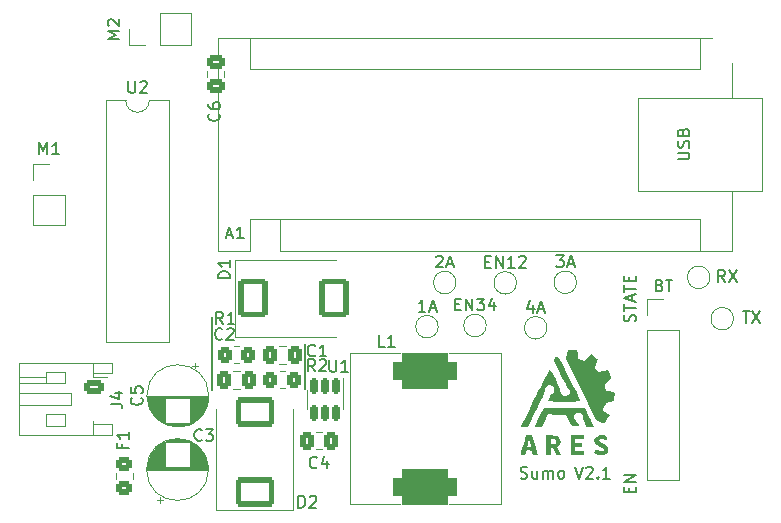
<source format=gto>
G04 #@! TF.GenerationSoftware,KiCad,Pcbnew,(7.0.0)*
G04 #@! TF.CreationDate,2023-02-16T13:39:53+01:00*
G04 #@! TF.ProjectId,Sumo,53756d6f-2e6b-4696-9361-645f70636258,rev?*
G04 #@! TF.SameCoordinates,Original*
G04 #@! TF.FileFunction,Legend,Top*
G04 #@! TF.FilePolarity,Positive*
%FSLAX46Y46*%
G04 Gerber Fmt 4.6, Leading zero omitted, Abs format (unit mm)*
G04 Created by KiCad (PCBNEW (7.0.0)) date 2023-02-16 13:39:53*
%MOMM*%
%LPD*%
G01*
G04 APERTURE LIST*
G04 Aperture macros list*
%AMRoundRect*
0 Rectangle with rounded corners*
0 $1 Rounding radius*
0 $2 $3 $4 $5 $6 $7 $8 $9 X,Y pos of 4 corners*
0 Add a 4 corners polygon primitive as box body*
4,1,4,$2,$3,$4,$5,$6,$7,$8,$9,$2,$3,0*
0 Add four circle primitives for the rounded corners*
1,1,$1+$1,$2,$3*
1,1,$1+$1,$4,$5*
1,1,$1+$1,$6,$7*
1,1,$1+$1,$8,$9*
0 Add four rect primitives between the rounded corners*
20,1,$1+$1,$2,$3,$4,$5,0*
20,1,$1+$1,$4,$5,$6,$7,0*
20,1,$1+$1,$6,$7,$8,$9,0*
20,1,$1+$1,$8,$9,$2,$3,0*%
G04 Aperture macros list end*
%ADD10C,0.150000*%
%ADD11C,0.120000*%
%ADD12C,1.500000*%
%ADD13RoundRect,0.750000X1.950000X0.750000X-1.950000X0.750000X-1.950000X-0.750000X1.950000X-0.750000X0*%
%ADD14R,1.600000X1.600000*%
%ADD15O,1.600000X1.600000*%
%ADD16R,1.700000X1.700000*%
%ADD17O,1.700000X1.700000*%
%ADD18RoundRect,0.250000X-0.450000X0.325000X-0.450000X-0.325000X0.450000X-0.325000X0.450000X0.325000X0*%
%ADD19RoundRect,0.250000X-0.475000X0.337500X-0.475000X-0.337500X0.475000X-0.337500X0.475000X0.337500X0*%
%ADD20C,1.600000*%
%ADD21RoundRect,0.250000X1.000000X-1.400000X1.000000X1.400000X-1.000000X1.400000X-1.000000X-1.400000X0*%
%ADD22RoundRect,0.150000X-0.150000X0.512500X-0.150000X-0.512500X0.150000X-0.512500X0.150000X0.512500X0*%
%ADD23RoundRect,0.250000X0.337500X0.475000X-0.337500X0.475000X-0.337500X-0.475000X0.337500X-0.475000X0*%
%ADD24C,5.600000*%
%ADD25RoundRect,0.250000X0.350000X0.450000X-0.350000X0.450000X-0.350000X-0.450000X0.350000X-0.450000X0*%
%ADD26RoundRect,0.250000X-0.350000X-0.450000X0.350000X-0.450000X0.350000X0.450000X-0.350000X0.450000X0*%
%ADD27RoundRect,0.250000X-0.625000X0.350000X-0.625000X-0.350000X0.625000X-0.350000X0.625000X0.350000X0*%
%ADD28O,1.750000X1.200000*%
%ADD29RoundRect,0.250000X-0.337500X-0.475000X0.337500X-0.475000X0.337500X0.475000X-0.337500X0.475000X0*%
%ADD30RoundRect,0.250000X1.400000X1.000000X-1.400000X1.000000X-1.400000X-1.000000X1.400000X-1.000000X0*%
G04 APERTURE END LIST*
D10*
X124650000Y-83200000D02*
X124650000Y-79400000D01*
X116800000Y-83300000D02*
X116800000Y-78650000D01*
X116800000Y-78650000D02*
X116800000Y-77050000D01*
X152143571Y-91930952D02*
X152143571Y-91597619D01*
X152667380Y-91454762D02*
X152667380Y-91930952D01*
X152667380Y-91930952D02*
X151667380Y-91930952D01*
X151667380Y-91930952D02*
X151667380Y-91454762D01*
X152667380Y-91026190D02*
X151667380Y-91026190D01*
X151667380Y-91026190D02*
X152667380Y-90454762D01*
X152667380Y-90454762D02*
X151667380Y-90454762D01*
X152619761Y-77449523D02*
X152667380Y-77306666D01*
X152667380Y-77306666D02*
X152667380Y-77068571D01*
X152667380Y-77068571D02*
X152619761Y-76973333D01*
X152619761Y-76973333D02*
X152572142Y-76925714D01*
X152572142Y-76925714D02*
X152476904Y-76878095D01*
X152476904Y-76878095D02*
X152381666Y-76878095D01*
X152381666Y-76878095D02*
X152286428Y-76925714D01*
X152286428Y-76925714D02*
X152238809Y-76973333D01*
X152238809Y-76973333D02*
X152191190Y-77068571D01*
X152191190Y-77068571D02*
X152143571Y-77259047D01*
X152143571Y-77259047D02*
X152095952Y-77354285D01*
X152095952Y-77354285D02*
X152048333Y-77401904D01*
X152048333Y-77401904D02*
X151953095Y-77449523D01*
X151953095Y-77449523D02*
X151857857Y-77449523D01*
X151857857Y-77449523D02*
X151762619Y-77401904D01*
X151762619Y-77401904D02*
X151715000Y-77354285D01*
X151715000Y-77354285D02*
X151667380Y-77259047D01*
X151667380Y-77259047D02*
X151667380Y-77020952D01*
X151667380Y-77020952D02*
X151715000Y-76878095D01*
X151667380Y-76592380D02*
X151667380Y-76020952D01*
X152667380Y-76306666D02*
X151667380Y-76306666D01*
X152381666Y-75735237D02*
X152381666Y-75259047D01*
X152667380Y-75830475D02*
X151667380Y-75497142D01*
X151667380Y-75497142D02*
X152667380Y-75163809D01*
X151667380Y-74973332D02*
X151667380Y-74401904D01*
X152667380Y-74687618D02*
X151667380Y-74687618D01*
X152143571Y-74068570D02*
X152143571Y-73735237D01*
X152667380Y-73592380D02*
X152667380Y-74068570D01*
X152667380Y-74068570D02*
X151667380Y-74068570D01*
X151667380Y-74068570D02*
X151667380Y-73592380D01*
X142923810Y-90719761D02*
X143066667Y-90767380D01*
X143066667Y-90767380D02*
X143304762Y-90767380D01*
X143304762Y-90767380D02*
X143400000Y-90719761D01*
X143400000Y-90719761D02*
X143447619Y-90672142D01*
X143447619Y-90672142D02*
X143495238Y-90576904D01*
X143495238Y-90576904D02*
X143495238Y-90481666D01*
X143495238Y-90481666D02*
X143447619Y-90386428D01*
X143447619Y-90386428D02*
X143400000Y-90338809D01*
X143400000Y-90338809D02*
X143304762Y-90291190D01*
X143304762Y-90291190D02*
X143114286Y-90243571D01*
X143114286Y-90243571D02*
X143019048Y-90195952D01*
X143019048Y-90195952D02*
X142971429Y-90148333D01*
X142971429Y-90148333D02*
X142923810Y-90053095D01*
X142923810Y-90053095D02*
X142923810Y-89957857D01*
X142923810Y-89957857D02*
X142971429Y-89862619D01*
X142971429Y-89862619D02*
X143019048Y-89815000D01*
X143019048Y-89815000D02*
X143114286Y-89767380D01*
X143114286Y-89767380D02*
X143352381Y-89767380D01*
X143352381Y-89767380D02*
X143495238Y-89815000D01*
X144352381Y-90100714D02*
X144352381Y-90767380D01*
X143923810Y-90100714D02*
X143923810Y-90624523D01*
X143923810Y-90624523D02*
X143971429Y-90719761D01*
X143971429Y-90719761D02*
X144066667Y-90767380D01*
X144066667Y-90767380D02*
X144209524Y-90767380D01*
X144209524Y-90767380D02*
X144304762Y-90719761D01*
X144304762Y-90719761D02*
X144352381Y-90672142D01*
X144828572Y-90767380D02*
X144828572Y-90100714D01*
X144828572Y-90195952D02*
X144876191Y-90148333D01*
X144876191Y-90148333D02*
X144971429Y-90100714D01*
X144971429Y-90100714D02*
X145114286Y-90100714D01*
X145114286Y-90100714D02*
X145209524Y-90148333D01*
X145209524Y-90148333D02*
X145257143Y-90243571D01*
X145257143Y-90243571D02*
X145257143Y-90767380D01*
X145257143Y-90243571D02*
X145304762Y-90148333D01*
X145304762Y-90148333D02*
X145400000Y-90100714D01*
X145400000Y-90100714D02*
X145542857Y-90100714D01*
X145542857Y-90100714D02*
X145638096Y-90148333D01*
X145638096Y-90148333D02*
X145685715Y-90243571D01*
X145685715Y-90243571D02*
X145685715Y-90767380D01*
X146304762Y-90767380D02*
X146209524Y-90719761D01*
X146209524Y-90719761D02*
X146161905Y-90672142D01*
X146161905Y-90672142D02*
X146114286Y-90576904D01*
X146114286Y-90576904D02*
X146114286Y-90291190D01*
X146114286Y-90291190D02*
X146161905Y-90195952D01*
X146161905Y-90195952D02*
X146209524Y-90148333D01*
X146209524Y-90148333D02*
X146304762Y-90100714D01*
X146304762Y-90100714D02*
X146447619Y-90100714D01*
X146447619Y-90100714D02*
X146542857Y-90148333D01*
X146542857Y-90148333D02*
X146590476Y-90195952D01*
X146590476Y-90195952D02*
X146638095Y-90291190D01*
X146638095Y-90291190D02*
X146638095Y-90576904D01*
X146638095Y-90576904D02*
X146590476Y-90672142D01*
X146590476Y-90672142D02*
X146542857Y-90719761D01*
X146542857Y-90719761D02*
X146447619Y-90767380D01*
X146447619Y-90767380D02*
X146304762Y-90767380D01*
X147523810Y-89767380D02*
X147857143Y-90767380D01*
X147857143Y-90767380D02*
X148190476Y-89767380D01*
X148476191Y-89862619D02*
X148523810Y-89815000D01*
X148523810Y-89815000D02*
X148619048Y-89767380D01*
X148619048Y-89767380D02*
X148857143Y-89767380D01*
X148857143Y-89767380D02*
X148952381Y-89815000D01*
X148952381Y-89815000D02*
X149000000Y-89862619D01*
X149000000Y-89862619D02*
X149047619Y-89957857D01*
X149047619Y-89957857D02*
X149047619Y-90053095D01*
X149047619Y-90053095D02*
X149000000Y-90195952D01*
X149000000Y-90195952D02*
X148428572Y-90767380D01*
X148428572Y-90767380D02*
X149047619Y-90767380D01*
X149476191Y-90672142D02*
X149523810Y-90719761D01*
X149523810Y-90719761D02*
X149476191Y-90767380D01*
X149476191Y-90767380D02*
X149428572Y-90719761D01*
X149428572Y-90719761D02*
X149476191Y-90672142D01*
X149476191Y-90672142D02*
X149476191Y-90767380D01*
X150476190Y-90767380D02*
X149904762Y-90767380D01*
X150190476Y-90767380D02*
X150190476Y-89767380D01*
X150190476Y-89767380D02*
X150095238Y-89910238D01*
X150095238Y-89910238D02*
X150000000Y-90005476D01*
X150000000Y-90005476D02*
X149904762Y-90053095D01*
X135785714Y-71982619D02*
X135833333Y-71935000D01*
X135833333Y-71935000D02*
X135928571Y-71887380D01*
X135928571Y-71887380D02*
X136166666Y-71887380D01*
X136166666Y-71887380D02*
X136261904Y-71935000D01*
X136261904Y-71935000D02*
X136309523Y-71982619D01*
X136309523Y-71982619D02*
X136357142Y-72077857D01*
X136357142Y-72077857D02*
X136357142Y-72173095D01*
X136357142Y-72173095D02*
X136309523Y-72315952D01*
X136309523Y-72315952D02*
X135738095Y-72887380D01*
X135738095Y-72887380D02*
X136357142Y-72887380D01*
X136738095Y-72601666D02*
X137214285Y-72601666D01*
X136642857Y-72887380D02*
X136976190Y-71887380D01*
X136976190Y-71887380D02*
X137309523Y-72887380D01*
X131405333Y-79615380D02*
X130929143Y-79615380D01*
X130929143Y-79615380D02*
X130929143Y-78615380D01*
X132262476Y-79615380D02*
X131691048Y-79615380D01*
X131976762Y-79615380D02*
X131976762Y-78615380D01*
X131976762Y-78615380D02*
X131881524Y-78758238D01*
X131881524Y-78758238D02*
X131786286Y-78853476D01*
X131786286Y-78853476D02*
X131691048Y-78901095D01*
X145948495Y-71861980D02*
X146567542Y-71861980D01*
X146567542Y-71861980D02*
X146234209Y-72242933D01*
X146234209Y-72242933D02*
X146377066Y-72242933D01*
X146377066Y-72242933D02*
X146472304Y-72290552D01*
X146472304Y-72290552D02*
X146519923Y-72338171D01*
X146519923Y-72338171D02*
X146567542Y-72433409D01*
X146567542Y-72433409D02*
X146567542Y-72671504D01*
X146567542Y-72671504D02*
X146519923Y-72766742D01*
X146519923Y-72766742D02*
X146472304Y-72814361D01*
X146472304Y-72814361D02*
X146377066Y-72861980D01*
X146377066Y-72861980D02*
X146091352Y-72861980D01*
X146091352Y-72861980D02*
X145996114Y-72814361D01*
X145996114Y-72814361D02*
X145948495Y-72766742D01*
X146948495Y-72576266D02*
X147424685Y-72576266D01*
X146853257Y-72861980D02*
X147186590Y-71861980D01*
X147186590Y-71861980D02*
X147519923Y-72861980D01*
X109728095Y-57108380D02*
X109728095Y-57917904D01*
X109728095Y-57917904D02*
X109775714Y-58013142D01*
X109775714Y-58013142D02*
X109823333Y-58060761D01*
X109823333Y-58060761D02*
X109918571Y-58108380D01*
X109918571Y-58108380D02*
X110109047Y-58108380D01*
X110109047Y-58108380D02*
X110204285Y-58060761D01*
X110204285Y-58060761D02*
X110251904Y-58013142D01*
X110251904Y-58013142D02*
X110299523Y-57917904D01*
X110299523Y-57917904D02*
X110299523Y-57108380D01*
X110728095Y-57203619D02*
X110775714Y-57156000D01*
X110775714Y-57156000D02*
X110870952Y-57108380D01*
X110870952Y-57108380D02*
X111109047Y-57108380D01*
X111109047Y-57108380D02*
X111204285Y-57156000D01*
X111204285Y-57156000D02*
X111251904Y-57203619D01*
X111251904Y-57203619D02*
X111299523Y-57298857D01*
X111299523Y-57298857D02*
X111299523Y-57394095D01*
X111299523Y-57394095D02*
X111251904Y-57536952D01*
X111251904Y-57536952D02*
X110680476Y-58108380D01*
X110680476Y-58108380D02*
X111299523Y-58108380D01*
X143961904Y-76052714D02*
X143961904Y-76719380D01*
X143723809Y-75671761D02*
X143485714Y-76386047D01*
X143485714Y-76386047D02*
X144104761Y-76386047D01*
X144438095Y-76433666D02*
X144914285Y-76433666D01*
X144342857Y-76719380D02*
X144676190Y-75719380D01*
X144676190Y-75719380D02*
X145009523Y-76719380D01*
X108952380Y-53514523D02*
X107952380Y-53514523D01*
X107952380Y-53514523D02*
X108666666Y-53181190D01*
X108666666Y-53181190D02*
X107952380Y-52847857D01*
X107952380Y-52847857D02*
X108952380Y-52847857D01*
X108047619Y-52419285D02*
X108000000Y-52371666D01*
X108000000Y-52371666D02*
X107952380Y-52276428D01*
X107952380Y-52276428D02*
X107952380Y-52038333D01*
X107952380Y-52038333D02*
X108000000Y-51943095D01*
X108000000Y-51943095D02*
X108047619Y-51895476D01*
X108047619Y-51895476D02*
X108142857Y-51847857D01*
X108142857Y-51847857D02*
X108238095Y-51847857D01*
X108238095Y-51847857D02*
X108380952Y-51895476D01*
X108380952Y-51895476D02*
X108952380Y-52466904D01*
X108952380Y-52466904D02*
X108952380Y-51847857D01*
X109217571Y-87873333D02*
X109217571Y-88206666D01*
X109741380Y-88206666D02*
X108741380Y-88206666D01*
X108741380Y-88206666D02*
X108741380Y-87730476D01*
X109741380Y-86825714D02*
X109741380Y-87397142D01*
X109741380Y-87111428D02*
X108741380Y-87111428D01*
X108741380Y-87111428D02*
X108884238Y-87206666D01*
X108884238Y-87206666D02*
X108979476Y-87301904D01*
X108979476Y-87301904D02*
X109027095Y-87397142D01*
X102190476Y-63292380D02*
X102190476Y-62292380D01*
X102190476Y-62292380D02*
X102523809Y-63006666D01*
X102523809Y-63006666D02*
X102857142Y-62292380D01*
X102857142Y-62292380D02*
X102857142Y-63292380D01*
X103857142Y-63292380D02*
X103285714Y-63292380D01*
X103571428Y-63292380D02*
X103571428Y-62292380D01*
X103571428Y-62292380D02*
X103476190Y-62435238D01*
X103476190Y-62435238D02*
X103380952Y-62530476D01*
X103380952Y-62530476D02*
X103285714Y-62578095D01*
X117372142Y-59866666D02*
X117419761Y-59914285D01*
X117419761Y-59914285D02*
X117467380Y-60057142D01*
X117467380Y-60057142D02*
X117467380Y-60152380D01*
X117467380Y-60152380D02*
X117419761Y-60295237D01*
X117419761Y-60295237D02*
X117324523Y-60390475D01*
X117324523Y-60390475D02*
X117229285Y-60438094D01*
X117229285Y-60438094D02*
X117038809Y-60485713D01*
X117038809Y-60485713D02*
X116895952Y-60485713D01*
X116895952Y-60485713D02*
X116705476Y-60438094D01*
X116705476Y-60438094D02*
X116610238Y-60390475D01*
X116610238Y-60390475D02*
X116515000Y-60295237D01*
X116515000Y-60295237D02*
X116467380Y-60152380D01*
X116467380Y-60152380D02*
X116467380Y-60057142D01*
X116467380Y-60057142D02*
X116515000Y-59914285D01*
X116515000Y-59914285D02*
X116562619Y-59866666D01*
X116467380Y-59009523D02*
X116467380Y-59199999D01*
X116467380Y-59199999D02*
X116515000Y-59295237D01*
X116515000Y-59295237D02*
X116562619Y-59342856D01*
X116562619Y-59342856D02*
X116705476Y-59438094D01*
X116705476Y-59438094D02*
X116895952Y-59485713D01*
X116895952Y-59485713D02*
X117276904Y-59485713D01*
X117276904Y-59485713D02*
X117372142Y-59438094D01*
X117372142Y-59438094D02*
X117419761Y-59390475D01*
X117419761Y-59390475D02*
X117467380Y-59295237D01*
X117467380Y-59295237D02*
X117467380Y-59104761D01*
X117467380Y-59104761D02*
X117419761Y-59009523D01*
X117419761Y-59009523D02*
X117372142Y-58961904D01*
X117372142Y-58961904D02*
X117276904Y-58914285D01*
X117276904Y-58914285D02*
X117038809Y-58914285D01*
X117038809Y-58914285D02*
X116943571Y-58961904D01*
X116943571Y-58961904D02*
X116895952Y-59009523D01*
X116895952Y-59009523D02*
X116848333Y-59104761D01*
X116848333Y-59104761D02*
X116848333Y-59295237D01*
X116848333Y-59295237D02*
X116895952Y-59390475D01*
X116895952Y-59390475D02*
X116943571Y-59438094D01*
X116943571Y-59438094D02*
X117038809Y-59485713D01*
X110822142Y-83916666D02*
X110869761Y-83964285D01*
X110869761Y-83964285D02*
X110917380Y-84107142D01*
X110917380Y-84107142D02*
X110917380Y-84202380D01*
X110917380Y-84202380D02*
X110869761Y-84345237D01*
X110869761Y-84345237D02*
X110774523Y-84440475D01*
X110774523Y-84440475D02*
X110679285Y-84488094D01*
X110679285Y-84488094D02*
X110488809Y-84535713D01*
X110488809Y-84535713D02*
X110345952Y-84535713D01*
X110345952Y-84535713D02*
X110155476Y-84488094D01*
X110155476Y-84488094D02*
X110060238Y-84440475D01*
X110060238Y-84440475D02*
X109965000Y-84345237D01*
X109965000Y-84345237D02*
X109917380Y-84202380D01*
X109917380Y-84202380D02*
X109917380Y-84107142D01*
X109917380Y-84107142D02*
X109965000Y-83964285D01*
X109965000Y-83964285D02*
X110012619Y-83916666D01*
X109917380Y-83011904D02*
X109917380Y-83488094D01*
X109917380Y-83488094D02*
X110393571Y-83535713D01*
X110393571Y-83535713D02*
X110345952Y-83488094D01*
X110345952Y-83488094D02*
X110298333Y-83392856D01*
X110298333Y-83392856D02*
X110298333Y-83154761D01*
X110298333Y-83154761D02*
X110345952Y-83059523D01*
X110345952Y-83059523D02*
X110393571Y-83011904D01*
X110393571Y-83011904D02*
X110488809Y-82964285D01*
X110488809Y-82964285D02*
X110726904Y-82964285D01*
X110726904Y-82964285D02*
X110822142Y-83011904D01*
X110822142Y-83011904D02*
X110869761Y-83059523D01*
X110869761Y-83059523D02*
X110917380Y-83154761D01*
X110917380Y-83154761D02*
X110917380Y-83392856D01*
X110917380Y-83392856D02*
X110869761Y-83488094D01*
X110869761Y-83488094D02*
X110822142Y-83535713D01*
X118317380Y-73788094D02*
X117317380Y-73788094D01*
X117317380Y-73788094D02*
X117317380Y-73549999D01*
X117317380Y-73549999D02*
X117365000Y-73407142D01*
X117365000Y-73407142D02*
X117460238Y-73311904D01*
X117460238Y-73311904D02*
X117555476Y-73264285D01*
X117555476Y-73264285D02*
X117745952Y-73216666D01*
X117745952Y-73216666D02*
X117888809Y-73216666D01*
X117888809Y-73216666D02*
X118079285Y-73264285D01*
X118079285Y-73264285D02*
X118174523Y-73311904D01*
X118174523Y-73311904D02*
X118269761Y-73407142D01*
X118269761Y-73407142D02*
X118317380Y-73549999D01*
X118317380Y-73549999D02*
X118317380Y-73788094D01*
X118317380Y-72264285D02*
X118317380Y-72835713D01*
X118317380Y-72549999D02*
X117317380Y-72549999D01*
X117317380Y-72549999D02*
X117460238Y-72645237D01*
X117460238Y-72645237D02*
X117555476Y-72740475D01*
X117555476Y-72740475D02*
X117603095Y-72835713D01*
X126738095Y-80717380D02*
X126738095Y-81526904D01*
X126738095Y-81526904D02*
X126785714Y-81622142D01*
X126785714Y-81622142D02*
X126833333Y-81669761D01*
X126833333Y-81669761D02*
X126928571Y-81717380D01*
X126928571Y-81717380D02*
X127119047Y-81717380D01*
X127119047Y-81717380D02*
X127214285Y-81669761D01*
X127214285Y-81669761D02*
X127261904Y-81622142D01*
X127261904Y-81622142D02*
X127309523Y-81526904D01*
X127309523Y-81526904D02*
X127309523Y-80717380D01*
X128309523Y-81717380D02*
X127738095Y-81717380D01*
X128023809Y-81717380D02*
X128023809Y-80717380D01*
X128023809Y-80717380D02*
X127928571Y-80860238D01*
X127928571Y-80860238D02*
X127833333Y-80955476D01*
X127833333Y-80955476D02*
X127738095Y-81003095D01*
X125690333Y-89807142D02*
X125642714Y-89854761D01*
X125642714Y-89854761D02*
X125499857Y-89902380D01*
X125499857Y-89902380D02*
X125404619Y-89902380D01*
X125404619Y-89902380D02*
X125261762Y-89854761D01*
X125261762Y-89854761D02*
X125166524Y-89759523D01*
X125166524Y-89759523D02*
X125118905Y-89664285D01*
X125118905Y-89664285D02*
X125071286Y-89473809D01*
X125071286Y-89473809D02*
X125071286Y-89330952D01*
X125071286Y-89330952D02*
X125118905Y-89140476D01*
X125118905Y-89140476D02*
X125166524Y-89045238D01*
X125166524Y-89045238D02*
X125261762Y-88950000D01*
X125261762Y-88950000D02*
X125404619Y-88902380D01*
X125404619Y-88902380D02*
X125499857Y-88902380D01*
X125499857Y-88902380D02*
X125642714Y-88950000D01*
X125642714Y-88950000D02*
X125690333Y-88997619D01*
X126547476Y-89235714D02*
X126547476Y-89902380D01*
X126309381Y-88854761D02*
X126071286Y-89569047D01*
X126071286Y-89569047D02*
X126690333Y-89569047D01*
X125533333Y-81667380D02*
X125200000Y-81191190D01*
X124961905Y-81667380D02*
X124961905Y-80667380D01*
X124961905Y-80667380D02*
X125342857Y-80667380D01*
X125342857Y-80667380D02*
X125438095Y-80715000D01*
X125438095Y-80715000D02*
X125485714Y-80762619D01*
X125485714Y-80762619D02*
X125533333Y-80857857D01*
X125533333Y-80857857D02*
X125533333Y-81000714D01*
X125533333Y-81000714D02*
X125485714Y-81095952D01*
X125485714Y-81095952D02*
X125438095Y-81143571D01*
X125438095Y-81143571D02*
X125342857Y-81191190D01*
X125342857Y-81191190D02*
X124961905Y-81191190D01*
X125914286Y-80762619D02*
X125961905Y-80715000D01*
X125961905Y-80715000D02*
X126057143Y-80667380D01*
X126057143Y-80667380D02*
X126295238Y-80667380D01*
X126295238Y-80667380D02*
X126390476Y-80715000D01*
X126390476Y-80715000D02*
X126438095Y-80762619D01*
X126438095Y-80762619D02*
X126485714Y-80857857D01*
X126485714Y-80857857D02*
X126485714Y-80953095D01*
X126485714Y-80953095D02*
X126438095Y-81095952D01*
X126438095Y-81095952D02*
X125866667Y-81667380D01*
X125866667Y-81667380D02*
X126485714Y-81667380D01*
X137374524Y-75995571D02*
X137707857Y-75995571D01*
X137850714Y-76519380D02*
X137374524Y-76519380D01*
X137374524Y-76519380D02*
X137374524Y-75519380D01*
X137374524Y-75519380D02*
X137850714Y-75519380D01*
X138279286Y-76519380D02*
X138279286Y-75519380D01*
X138279286Y-75519380D02*
X138850714Y-76519380D01*
X138850714Y-76519380D02*
X138850714Y-75519380D01*
X139231667Y-75519380D02*
X139850714Y-75519380D01*
X139850714Y-75519380D02*
X139517381Y-75900333D01*
X139517381Y-75900333D02*
X139660238Y-75900333D01*
X139660238Y-75900333D02*
X139755476Y-75947952D01*
X139755476Y-75947952D02*
X139803095Y-75995571D01*
X139803095Y-75995571D02*
X139850714Y-76090809D01*
X139850714Y-76090809D02*
X139850714Y-76328904D01*
X139850714Y-76328904D02*
X139803095Y-76424142D01*
X139803095Y-76424142D02*
X139755476Y-76471761D01*
X139755476Y-76471761D02*
X139660238Y-76519380D01*
X139660238Y-76519380D02*
X139374524Y-76519380D01*
X139374524Y-76519380D02*
X139279286Y-76471761D01*
X139279286Y-76471761D02*
X139231667Y-76424142D01*
X140707857Y-75852714D02*
X140707857Y-76519380D01*
X140469762Y-75471761D02*
X140231667Y-76186047D01*
X140231667Y-76186047D02*
X140850714Y-76186047D01*
X118040714Y-70145666D02*
X118516904Y-70145666D01*
X117945476Y-70431380D02*
X118278809Y-69431380D01*
X118278809Y-69431380D02*
X118612142Y-70431380D01*
X119469285Y-70431380D02*
X118897857Y-70431380D01*
X119183571Y-70431380D02*
X119183571Y-69431380D01*
X119183571Y-69431380D02*
X119088333Y-69574238D01*
X119088333Y-69574238D02*
X118993095Y-69669476D01*
X118993095Y-69669476D02*
X118897857Y-69717095D01*
X156212380Y-63735904D02*
X157021904Y-63735904D01*
X157021904Y-63735904D02*
X157117142Y-63688285D01*
X157117142Y-63688285D02*
X157164761Y-63640666D01*
X157164761Y-63640666D02*
X157212380Y-63545428D01*
X157212380Y-63545428D02*
X157212380Y-63354952D01*
X157212380Y-63354952D02*
X157164761Y-63259714D01*
X157164761Y-63259714D02*
X157117142Y-63212095D01*
X157117142Y-63212095D02*
X157021904Y-63164476D01*
X157021904Y-63164476D02*
X156212380Y-63164476D01*
X157164761Y-62735904D02*
X157212380Y-62593047D01*
X157212380Y-62593047D02*
X157212380Y-62354952D01*
X157212380Y-62354952D02*
X157164761Y-62259714D01*
X157164761Y-62259714D02*
X157117142Y-62212095D01*
X157117142Y-62212095D02*
X157021904Y-62164476D01*
X157021904Y-62164476D02*
X156926666Y-62164476D01*
X156926666Y-62164476D02*
X156831428Y-62212095D01*
X156831428Y-62212095D02*
X156783809Y-62259714D01*
X156783809Y-62259714D02*
X156736190Y-62354952D01*
X156736190Y-62354952D02*
X156688571Y-62545428D01*
X156688571Y-62545428D02*
X156640952Y-62640666D01*
X156640952Y-62640666D02*
X156593333Y-62688285D01*
X156593333Y-62688285D02*
X156498095Y-62735904D01*
X156498095Y-62735904D02*
X156402857Y-62735904D01*
X156402857Y-62735904D02*
X156307619Y-62688285D01*
X156307619Y-62688285D02*
X156260000Y-62640666D01*
X156260000Y-62640666D02*
X156212380Y-62545428D01*
X156212380Y-62545428D02*
X156212380Y-62307333D01*
X156212380Y-62307333D02*
X156260000Y-62164476D01*
X156688571Y-61402571D02*
X156736190Y-61259714D01*
X156736190Y-61259714D02*
X156783809Y-61212095D01*
X156783809Y-61212095D02*
X156879047Y-61164476D01*
X156879047Y-61164476D02*
X157021904Y-61164476D01*
X157021904Y-61164476D02*
X157117142Y-61212095D01*
X157117142Y-61212095D02*
X157164761Y-61259714D01*
X157164761Y-61259714D02*
X157212380Y-61354952D01*
X157212380Y-61354952D02*
X157212380Y-61735904D01*
X157212380Y-61735904D02*
X156212380Y-61735904D01*
X156212380Y-61735904D02*
X156212380Y-61402571D01*
X156212380Y-61402571D02*
X156260000Y-61307333D01*
X156260000Y-61307333D02*
X156307619Y-61259714D01*
X156307619Y-61259714D02*
X156402857Y-61212095D01*
X156402857Y-61212095D02*
X156498095Y-61212095D01*
X156498095Y-61212095D02*
X156593333Y-61259714D01*
X156593333Y-61259714D02*
X156640952Y-61307333D01*
X156640952Y-61307333D02*
X156688571Y-61402571D01*
X156688571Y-61402571D02*
X156688571Y-61735904D01*
X117733333Y-77667380D02*
X117400000Y-77191190D01*
X117161905Y-77667380D02*
X117161905Y-76667380D01*
X117161905Y-76667380D02*
X117542857Y-76667380D01*
X117542857Y-76667380D02*
X117638095Y-76715000D01*
X117638095Y-76715000D02*
X117685714Y-76762619D01*
X117685714Y-76762619D02*
X117733333Y-76857857D01*
X117733333Y-76857857D02*
X117733333Y-77000714D01*
X117733333Y-77000714D02*
X117685714Y-77095952D01*
X117685714Y-77095952D02*
X117638095Y-77143571D01*
X117638095Y-77143571D02*
X117542857Y-77191190D01*
X117542857Y-77191190D02*
X117161905Y-77191190D01*
X118685714Y-77667380D02*
X118114286Y-77667380D01*
X118400000Y-77667380D02*
X118400000Y-76667380D01*
X118400000Y-76667380D02*
X118304762Y-76810238D01*
X118304762Y-76810238D02*
X118209524Y-76905476D01*
X118209524Y-76905476D02*
X118114286Y-76953095D01*
X161738095Y-76617380D02*
X162309523Y-76617380D01*
X162023809Y-77617380D02*
X162023809Y-76617380D01*
X162547619Y-76617380D02*
X163214285Y-77617380D01*
X163214285Y-76617380D02*
X162547619Y-77617380D01*
X125533333Y-80322142D02*
X125485714Y-80369761D01*
X125485714Y-80369761D02*
X125342857Y-80417380D01*
X125342857Y-80417380D02*
X125247619Y-80417380D01*
X125247619Y-80417380D02*
X125104762Y-80369761D01*
X125104762Y-80369761D02*
X125009524Y-80274523D01*
X125009524Y-80274523D02*
X124961905Y-80179285D01*
X124961905Y-80179285D02*
X124914286Y-79988809D01*
X124914286Y-79988809D02*
X124914286Y-79845952D01*
X124914286Y-79845952D02*
X124961905Y-79655476D01*
X124961905Y-79655476D02*
X125009524Y-79560238D01*
X125009524Y-79560238D02*
X125104762Y-79465000D01*
X125104762Y-79465000D02*
X125247619Y-79417380D01*
X125247619Y-79417380D02*
X125342857Y-79417380D01*
X125342857Y-79417380D02*
X125485714Y-79465000D01*
X125485714Y-79465000D02*
X125533333Y-79512619D01*
X126485714Y-80417380D02*
X125914286Y-80417380D01*
X126200000Y-80417380D02*
X126200000Y-79417380D01*
X126200000Y-79417380D02*
X126104762Y-79560238D01*
X126104762Y-79560238D02*
X126009524Y-79655476D01*
X126009524Y-79655476D02*
X125914286Y-79703095D01*
X115933333Y-87472142D02*
X115885714Y-87519761D01*
X115885714Y-87519761D02*
X115742857Y-87567380D01*
X115742857Y-87567380D02*
X115647619Y-87567380D01*
X115647619Y-87567380D02*
X115504762Y-87519761D01*
X115504762Y-87519761D02*
X115409524Y-87424523D01*
X115409524Y-87424523D02*
X115361905Y-87329285D01*
X115361905Y-87329285D02*
X115314286Y-87138809D01*
X115314286Y-87138809D02*
X115314286Y-86995952D01*
X115314286Y-86995952D02*
X115361905Y-86805476D01*
X115361905Y-86805476D02*
X115409524Y-86710238D01*
X115409524Y-86710238D02*
X115504762Y-86615000D01*
X115504762Y-86615000D02*
X115647619Y-86567380D01*
X115647619Y-86567380D02*
X115742857Y-86567380D01*
X115742857Y-86567380D02*
X115885714Y-86615000D01*
X115885714Y-86615000D02*
X115933333Y-86662619D01*
X116266667Y-86567380D02*
X116885714Y-86567380D01*
X116885714Y-86567380D02*
X116552381Y-86948333D01*
X116552381Y-86948333D02*
X116695238Y-86948333D01*
X116695238Y-86948333D02*
X116790476Y-86995952D01*
X116790476Y-86995952D02*
X116838095Y-87043571D01*
X116838095Y-87043571D02*
X116885714Y-87138809D01*
X116885714Y-87138809D02*
X116885714Y-87376904D01*
X116885714Y-87376904D02*
X116838095Y-87472142D01*
X116838095Y-87472142D02*
X116790476Y-87519761D01*
X116790476Y-87519761D02*
X116695238Y-87567380D01*
X116695238Y-87567380D02*
X116409524Y-87567380D01*
X116409524Y-87567380D02*
X116314286Y-87519761D01*
X116314286Y-87519761D02*
X116266667Y-87472142D01*
X154690476Y-74393571D02*
X154833333Y-74441190D01*
X154833333Y-74441190D02*
X154880952Y-74488809D01*
X154880952Y-74488809D02*
X154928571Y-74584047D01*
X154928571Y-74584047D02*
X154928571Y-74726904D01*
X154928571Y-74726904D02*
X154880952Y-74822142D01*
X154880952Y-74822142D02*
X154833333Y-74869761D01*
X154833333Y-74869761D02*
X154738095Y-74917380D01*
X154738095Y-74917380D02*
X154357143Y-74917380D01*
X154357143Y-74917380D02*
X154357143Y-73917380D01*
X154357143Y-73917380D02*
X154690476Y-73917380D01*
X154690476Y-73917380D02*
X154785714Y-73965000D01*
X154785714Y-73965000D02*
X154833333Y-74012619D01*
X154833333Y-74012619D02*
X154880952Y-74107857D01*
X154880952Y-74107857D02*
X154880952Y-74203095D01*
X154880952Y-74203095D02*
X154833333Y-74298333D01*
X154833333Y-74298333D02*
X154785714Y-74345952D01*
X154785714Y-74345952D02*
X154690476Y-74393571D01*
X154690476Y-74393571D02*
X154357143Y-74393571D01*
X155214286Y-73917380D02*
X155785714Y-73917380D01*
X155500000Y-74917380D02*
X155500000Y-73917380D01*
X108217380Y-84433333D02*
X108931666Y-84433333D01*
X108931666Y-84433333D02*
X109074523Y-84480952D01*
X109074523Y-84480952D02*
X109169761Y-84576190D01*
X109169761Y-84576190D02*
X109217380Y-84719047D01*
X109217380Y-84719047D02*
X109217380Y-84814285D01*
X108550714Y-83528571D02*
X109217380Y-83528571D01*
X108169761Y-83766666D02*
X108884047Y-84004761D01*
X108884047Y-84004761D02*
X108884047Y-83385714D01*
X117683333Y-78922142D02*
X117635714Y-78969761D01*
X117635714Y-78969761D02*
X117492857Y-79017380D01*
X117492857Y-79017380D02*
X117397619Y-79017380D01*
X117397619Y-79017380D02*
X117254762Y-78969761D01*
X117254762Y-78969761D02*
X117159524Y-78874523D01*
X117159524Y-78874523D02*
X117111905Y-78779285D01*
X117111905Y-78779285D02*
X117064286Y-78588809D01*
X117064286Y-78588809D02*
X117064286Y-78445952D01*
X117064286Y-78445952D02*
X117111905Y-78255476D01*
X117111905Y-78255476D02*
X117159524Y-78160238D01*
X117159524Y-78160238D02*
X117254762Y-78065000D01*
X117254762Y-78065000D02*
X117397619Y-78017380D01*
X117397619Y-78017380D02*
X117492857Y-78017380D01*
X117492857Y-78017380D02*
X117635714Y-78065000D01*
X117635714Y-78065000D02*
X117683333Y-78112619D01*
X118064286Y-78112619D02*
X118111905Y-78065000D01*
X118111905Y-78065000D02*
X118207143Y-78017380D01*
X118207143Y-78017380D02*
X118445238Y-78017380D01*
X118445238Y-78017380D02*
X118540476Y-78065000D01*
X118540476Y-78065000D02*
X118588095Y-78112619D01*
X118588095Y-78112619D02*
X118635714Y-78207857D01*
X118635714Y-78207857D02*
X118635714Y-78303095D01*
X118635714Y-78303095D02*
X118588095Y-78445952D01*
X118588095Y-78445952D02*
X118016667Y-79017380D01*
X118016667Y-79017380D02*
X118635714Y-79017380D01*
X160233333Y-74117380D02*
X159900000Y-73641190D01*
X159661905Y-74117380D02*
X159661905Y-73117380D01*
X159661905Y-73117380D02*
X160042857Y-73117380D01*
X160042857Y-73117380D02*
X160138095Y-73165000D01*
X160138095Y-73165000D02*
X160185714Y-73212619D01*
X160185714Y-73212619D02*
X160233333Y-73307857D01*
X160233333Y-73307857D02*
X160233333Y-73450714D01*
X160233333Y-73450714D02*
X160185714Y-73545952D01*
X160185714Y-73545952D02*
X160138095Y-73593571D01*
X160138095Y-73593571D02*
X160042857Y-73641190D01*
X160042857Y-73641190D02*
X159661905Y-73641190D01*
X160566667Y-73117380D02*
X161233333Y-74117380D01*
X161233333Y-73117380D02*
X160566667Y-74117380D01*
X139939924Y-72388971D02*
X140273257Y-72388971D01*
X140416114Y-72912780D02*
X139939924Y-72912780D01*
X139939924Y-72912780D02*
X139939924Y-71912780D01*
X139939924Y-71912780D02*
X140416114Y-71912780D01*
X140844686Y-72912780D02*
X140844686Y-71912780D01*
X140844686Y-71912780D02*
X141416114Y-72912780D01*
X141416114Y-72912780D02*
X141416114Y-71912780D01*
X142416114Y-72912780D02*
X141844686Y-72912780D01*
X142130400Y-72912780D02*
X142130400Y-71912780D01*
X142130400Y-71912780D02*
X142035162Y-72055638D01*
X142035162Y-72055638D02*
X141939924Y-72150876D01*
X141939924Y-72150876D02*
X141844686Y-72198495D01*
X142797067Y-72008019D02*
X142844686Y-71960400D01*
X142844686Y-71960400D02*
X142939924Y-71912780D01*
X142939924Y-71912780D02*
X143178019Y-71912780D01*
X143178019Y-71912780D02*
X143273257Y-71960400D01*
X143273257Y-71960400D02*
X143320876Y-72008019D01*
X143320876Y-72008019D02*
X143368495Y-72103257D01*
X143368495Y-72103257D02*
X143368495Y-72198495D01*
X143368495Y-72198495D02*
X143320876Y-72341352D01*
X143320876Y-72341352D02*
X142749448Y-72912780D01*
X142749448Y-72912780D02*
X143368495Y-72912780D01*
X124111905Y-93217380D02*
X124111905Y-92217380D01*
X124111905Y-92217380D02*
X124350000Y-92217380D01*
X124350000Y-92217380D02*
X124492857Y-92265000D01*
X124492857Y-92265000D02*
X124588095Y-92360238D01*
X124588095Y-92360238D02*
X124635714Y-92455476D01*
X124635714Y-92455476D02*
X124683333Y-92645952D01*
X124683333Y-92645952D02*
X124683333Y-92788809D01*
X124683333Y-92788809D02*
X124635714Y-92979285D01*
X124635714Y-92979285D02*
X124588095Y-93074523D01*
X124588095Y-93074523D02*
X124492857Y-93169761D01*
X124492857Y-93169761D02*
X124350000Y-93217380D01*
X124350000Y-93217380D02*
X124111905Y-93217380D01*
X125064286Y-92312619D02*
X125111905Y-92265000D01*
X125111905Y-92265000D02*
X125207143Y-92217380D01*
X125207143Y-92217380D02*
X125445238Y-92217380D01*
X125445238Y-92217380D02*
X125540476Y-92265000D01*
X125540476Y-92265000D02*
X125588095Y-92312619D01*
X125588095Y-92312619D02*
X125635714Y-92407857D01*
X125635714Y-92407857D02*
X125635714Y-92503095D01*
X125635714Y-92503095D02*
X125588095Y-92645952D01*
X125588095Y-92645952D02*
X125016667Y-93217380D01*
X125016667Y-93217380D02*
X125635714Y-93217380D01*
X134857142Y-76619380D02*
X134285714Y-76619380D01*
X134571428Y-76619380D02*
X134571428Y-75619380D01*
X134571428Y-75619380D02*
X134476190Y-75762238D01*
X134476190Y-75762238D02*
X134380952Y-75857476D01*
X134380952Y-75857476D02*
X134285714Y-75905095D01*
X135238095Y-76333666D02*
X135714285Y-76333666D01*
X135142857Y-76619380D02*
X135476190Y-75619380D01*
X135476190Y-75619380D02*
X135809523Y-76619380D01*
G36*
X143139299Y-87998101D02*
G01*
X143489181Y-87998101D01*
X143497477Y-88053194D01*
X143590572Y-88074106D01*
X143632704Y-88075000D01*
X143749400Y-88066610D01*
X143785161Y-88023436D01*
X143770394Y-87934188D01*
X143731754Y-87768726D01*
X143704195Y-87639086D01*
X143667004Y-87529626D01*
X143623914Y-87524076D01*
X143580167Y-87619299D01*
X143554852Y-87728439D01*
X143522574Y-87879188D01*
X143491920Y-87990580D01*
X143489181Y-87998101D01*
X143139299Y-87998101D01*
X143177139Y-87877693D01*
X143421227Y-87106355D01*
X143651142Y-87106355D01*
X143881057Y-87106355D01*
X144116417Y-87873199D01*
X144200942Y-88148067D01*
X144275395Y-88389194D01*
X144333543Y-88576466D01*
X144369152Y-88689770D01*
X144376065Y-88710985D01*
X144362624Y-88756838D01*
X144267749Y-88768959D01*
X144195859Y-88764798D01*
X144054493Y-88740040D01*
X143977241Y-88675076D01*
X143928276Y-88559322D01*
X143879961Y-88441428D01*
X143815047Y-88386924D01*
X143695139Y-88371579D01*
X143629845Y-88370974D01*
X143481940Y-88376894D01*
X143405576Y-88411779D01*
X143364719Y-88501321D01*
X143346779Y-88572775D01*
X143305701Y-88705103D01*
X143244082Y-88761987D01*
X143126334Y-88774551D01*
X143116053Y-88774576D01*
X142990980Y-88758237D01*
X142933696Y-88717307D01*
X142933051Y-88711803D01*
X142948600Y-88640675D01*
X142991416Y-88486747D01*
X143055751Y-88269658D01*
X143135859Y-88009047D01*
X143139299Y-87998101D01*
G37*
G36*
X145574611Y-87114454D02*
G01*
X145809571Y-87125719D01*
X145963567Y-87142515D01*
X146063245Y-87172155D01*
X146135255Y-87221949D01*
X146193467Y-87284250D01*
X146304619Y-87486436D01*
X146313553Y-87703138D01*
X146220511Y-87915930D01*
X146184485Y-87962653D01*
X146045664Y-88127633D01*
X146211391Y-88417295D01*
X146298310Y-88574270D01*
X146358318Y-88692311D01*
X146377119Y-88740766D01*
X146329502Y-88762414D01*
X146211293Y-88773977D01*
X146173075Y-88774576D01*
X146056986Y-88768032D01*
X145978768Y-88733106D01*
X145911351Y-88646854D01*
X145827668Y-88486335D01*
X145823872Y-88478601D01*
X145720419Y-88294496D01*
X145631882Y-88201184D01*
X145570500Y-88182627D01*
X145507988Y-88195312D01*
X145475422Y-88250396D01*
X145463465Y-88373421D01*
X145462289Y-88478601D01*
X145462289Y-88774576D01*
X145273941Y-88774576D01*
X145085594Y-88774576D01*
X145085594Y-87935111D01*
X145085594Y-87363445D01*
X145462289Y-87363445D01*
X145462289Y-87611595D01*
X145467420Y-87763242D01*
X145493425Y-87835985D01*
X145556221Y-87858431D01*
X145600360Y-87859745D01*
X145751146Y-87837762D01*
X145842521Y-87804038D01*
X145913599Y-87722468D01*
X145947314Y-87603777D01*
X145934371Y-87497851D01*
X145905841Y-87464205D01*
X145830184Y-87438564D01*
X145695375Y-87407384D01*
X145663680Y-87401227D01*
X145462289Y-87363445D01*
X145085594Y-87363445D01*
X145085594Y-87095647D01*
X145574611Y-87114454D01*
G37*
G36*
X148260594Y-87267796D02*
G01*
X148260594Y-87429237D01*
X147910806Y-87429237D01*
X147561017Y-87429237D01*
X147561017Y-87590677D01*
X147565987Y-87682970D01*
X147598558Y-87731008D01*
X147685220Y-87749241D01*
X147852466Y-87752118D01*
X147856992Y-87752118D01*
X148026196Y-87754829D01*
X148114265Y-87772595D01*
X148147692Y-87819865D01*
X148152966Y-87911090D01*
X148152967Y-87913559D01*
X148147997Y-88005852D01*
X148115426Y-88053890D01*
X148028763Y-88072122D01*
X147861518Y-88074999D01*
X147856992Y-88075000D01*
X147561017Y-88075000D01*
X147561017Y-88263347D01*
X147561017Y-88451694D01*
X147941287Y-88451694D01*
X148321556Y-88451694D01*
X148304528Y-88599682D01*
X148287500Y-88747669D01*
X147735911Y-88763005D01*
X147184322Y-88778341D01*
X147184322Y-87942348D01*
X147184322Y-87106355D01*
X147722458Y-87106355D01*
X148260594Y-87106355D01*
X148260594Y-87267796D01*
G37*
G36*
X150001722Y-87103777D02*
G01*
X150182579Y-87182029D01*
X150262494Y-87268934D01*
X150248150Y-87373958D01*
X150222383Y-87416340D01*
X150162278Y-87487455D01*
X150096222Y-87501503D01*
X149982528Y-87463756D01*
X149950898Y-87450660D01*
X149769705Y-87401747D01*
X149631890Y-87415818D01*
X149558628Y-87488631D01*
X149552119Y-87530588D01*
X149602387Y-87613305D01*
X149755194Y-87705998D01*
X149852487Y-87749182D01*
X150034351Y-87835791D01*
X150187402Y-87928186D01*
X150256089Y-87984486D01*
X150339873Y-88144900D01*
X150353832Y-88341934D01*
X150303914Y-88508489D01*
X150175585Y-88643235D01*
X149977877Y-88731448D01*
X149740753Y-88768007D01*
X149494175Y-88747793D01*
X149296505Y-88680651D01*
X149161525Y-88591806D01*
X149129613Y-88503103D01*
X149197086Y-88400981D01*
X149215784Y-88383457D01*
X149298949Y-88329035D01*
X149386430Y-88343491D01*
X149444492Y-88373210D01*
X149664329Y-88444755D01*
X149879673Y-88425407D01*
X149897506Y-88419030D01*
X149978136Y-88356962D01*
X149956034Y-88274734D01*
X149833552Y-88175452D01*
X149634961Y-88072051D01*
X149407993Y-87955689D01*
X149267750Y-87843248D01*
X149196236Y-87713811D01*
X149175455Y-87546462D01*
X149175424Y-87537956D01*
X149223764Y-87350134D01*
X149353643Y-87200995D01*
X149542352Y-87102472D01*
X149767179Y-87066498D01*
X150001722Y-87103777D01*
G37*
G36*
X146027934Y-80415271D02*
G01*
X146096790Y-80473304D01*
X146182517Y-80586190D01*
X146290236Y-80760749D01*
X146425070Y-81003804D01*
X146592141Y-81322176D01*
X146796568Y-81722686D01*
X147043475Y-82212156D01*
X147065179Y-82255287D01*
X147310961Y-82745742D01*
X147510466Y-83148746D01*
X147667271Y-83472232D01*
X147784956Y-83724133D01*
X147867100Y-83912381D01*
X147917279Y-84044909D01*
X147939075Y-84129651D01*
X147936064Y-84174537D01*
X147933060Y-84179122D01*
X147893205Y-84203726D01*
X147811685Y-84222589D01*
X147676609Y-84236374D01*
X147476086Y-84245747D01*
X147198226Y-84251371D01*
X146831137Y-84253913D01*
X146588960Y-84254237D01*
X146181447Y-84252086D01*
X145836716Y-84245909D01*
X145565177Y-84236119D01*
X145377236Y-84223131D01*
X145283300Y-84207357D01*
X145274932Y-84202026D01*
X145276593Y-84127958D01*
X145314446Y-83998025D01*
X145373878Y-83847225D01*
X145440281Y-83710553D01*
X145499043Y-83623006D01*
X145522729Y-83608474D01*
X145622853Y-83561366D01*
X145714866Y-83444483D01*
X145774695Y-83294487D01*
X145785170Y-83208778D01*
X145736455Y-83026912D01*
X145609915Y-82883258D01*
X145434954Y-82806809D01*
X145371865Y-82801271D01*
X145205543Y-82850427D01*
X145071550Y-82980367D01*
X144991364Y-83164792D01*
X144977967Y-83283531D01*
X144968148Y-83368720D01*
X144935669Y-83485467D01*
X144875994Y-83644201D01*
X144784585Y-83855349D01*
X144656908Y-84129342D01*
X144488426Y-84476607D01*
X144274603Y-84907574D01*
X144251291Y-84954197D01*
X143524616Y-86406779D01*
X143228834Y-86406779D01*
X143066775Y-86401006D01*
X142959340Y-86386114D01*
X142933051Y-86371696D01*
X142956673Y-86317099D01*
X143023732Y-86177994D01*
X143128517Y-85965625D01*
X143265319Y-85691233D01*
X143428425Y-85366063D01*
X143612127Y-85001355D01*
X143810713Y-84608353D01*
X144018473Y-84198301D01*
X144229697Y-83782439D01*
X144438674Y-83372012D01*
X144639693Y-82978262D01*
X144827045Y-82612432D01*
X144995018Y-82285764D01*
X145137902Y-82009502D01*
X145249987Y-81794887D01*
X145325563Y-81653163D01*
X145358917Y-81595572D01*
X145359039Y-81595437D01*
X145431963Y-81585351D01*
X145495729Y-81622344D01*
X145559043Y-81703591D01*
X145651911Y-81858956D01*
X145764487Y-82067881D01*
X145886924Y-82309808D01*
X146009376Y-82564181D01*
X146121998Y-82810440D01*
X146214943Y-83028029D01*
X146278365Y-83196390D01*
X146302417Y-83294964D01*
X146301558Y-83304821D01*
X146306830Y-83477416D01*
X146390818Y-83636708D01*
X146527861Y-83756157D01*
X146692298Y-83809226D01*
X146781698Y-83801385D01*
X146957283Y-83716274D01*
X147083218Y-83577817D01*
X147130509Y-83420282D01*
X147093476Y-83295619D01*
X146997419Y-83142497D01*
X146948712Y-83083947D01*
X146870288Y-82975424D01*
X146755146Y-82787719D01*
X146613317Y-82538595D01*
X146454831Y-82245815D01*
X146289718Y-81927141D01*
X146242293Y-81832948D01*
X145717672Y-80783905D01*
X145818792Y-80595236D01*
X145871379Y-80502073D01*
X145920350Y-80436477D01*
X145970828Y-80405269D01*
X146027934Y-80415271D01*
G37*
G36*
X146637096Y-84805076D02*
G01*
X148341314Y-84819279D01*
X148729158Y-85572669D01*
X148861841Y-85832577D01*
X148975282Y-86058931D01*
X149061000Y-86234475D01*
X149110513Y-86341950D01*
X149119307Y-86366419D01*
X149071772Y-86387906D01*
X148946101Y-86402545D01*
X148806078Y-86406779D01*
X148490546Y-86406779D01*
X148354021Y-86097351D01*
X148265157Y-85848346D01*
X148240184Y-85655599D01*
X148243294Y-85625689D01*
X148225528Y-85433388D01*
X148123446Y-85277177D01*
X147959958Y-85183865D01*
X147853086Y-85169067D01*
X147652273Y-85209860D01*
X147518855Y-85318928D01*
X147458605Y-85476307D01*
X147477297Y-85662032D01*
X147580702Y-85856138D01*
X147635889Y-85920188D01*
X147752662Y-86058868D01*
X147836289Y-86188439D01*
X147854769Y-86231885D01*
X147868373Y-86301676D01*
X147839487Y-86337724D01*
X147745017Y-86351115D01*
X147602559Y-86352966D01*
X147313966Y-86352966D01*
X147047106Y-85855190D01*
X146780246Y-85357415D01*
X146025638Y-85342557D01*
X145271030Y-85327699D01*
X145005564Y-85867239D01*
X144740098Y-86406779D01*
X144428524Y-86406779D01*
X144261609Y-86401655D01*
X144148533Y-86388376D01*
X144116950Y-86374067D01*
X144140794Y-86317762D01*
X144206722Y-86183061D01*
X144306327Y-85986614D01*
X144431198Y-85745075D01*
X144524914Y-85566114D01*
X144932877Y-84790872D01*
X146637096Y-84805076D01*
G37*
G36*
X147751188Y-80243605D02*
G01*
X147779638Y-80453974D01*
X147823164Y-80585689D01*
X147902340Y-80667581D01*
X148037739Y-80728482D01*
X148115779Y-80754563D01*
X148320753Y-80820610D01*
X148604521Y-80508357D01*
X148888290Y-80196105D01*
X149164099Y-80408963D01*
X149306606Y-80526911D01*
X149407053Y-80625228D01*
X149442200Y-80678885D01*
X149424878Y-80755491D01*
X149377396Y-80899362D01*
X149315854Y-81064191D01*
X149187217Y-81392435D01*
X149369082Y-81568706D01*
X149550948Y-81744977D01*
X149914775Y-81673451D01*
X150105543Y-81634693D01*
X150255631Y-81601898D01*
X150332416Y-81582205D01*
X150376247Y-81618320D01*
X150437925Y-81732006D01*
X150499289Y-81885683D01*
X150612349Y-82208880D01*
X150331314Y-82474672D01*
X150050278Y-82740464D01*
X150114426Y-83026482D01*
X150178575Y-83312500D01*
X150538017Y-83387848D01*
X150723530Y-83429338D01*
X150835701Y-83474770D01*
X150888661Y-83548284D01*
X150896540Y-83674016D01*
X150873468Y-83876104D01*
X150864056Y-83944777D01*
X150830653Y-84188474D01*
X150521473Y-84254086D01*
X150346225Y-84295161D01*
X150213770Y-84333313D01*
X150163645Y-84354235D01*
X150121814Y-84421378D01*
X150065459Y-84557853D01*
X150024928Y-84677310D01*
X149934860Y-84965849D01*
X150094659Y-85100311D01*
X150233860Y-85216470D01*
X150359271Y-85319629D01*
X150368854Y-85327405D01*
X150483250Y-85420037D01*
X150257840Y-85751968D01*
X150148309Y-85910661D01*
X150064774Y-86026804D01*
X150022849Y-86078793D01*
X150020983Y-86079696D01*
X149968435Y-86061332D01*
X149841414Y-86017132D01*
X149667118Y-85956560D01*
X149662305Y-85954888D01*
X149315076Y-85834282D01*
X148040726Y-83219029D01*
X146766375Y-80603776D01*
X146851127Y-80249557D01*
X146935880Y-79895339D01*
X147324886Y-79895339D01*
X147713892Y-79895339D01*
X147751188Y-80243605D01*
G37*
D11*
X137450000Y-74168000D02*
G75*
G03*
X137450000Y-74168000I-950000J0D01*
G01*
X141274000Y-92940000D02*
X128474000Y-92940000D01*
X128474000Y-92940000D02*
X128474000Y-80140000D01*
X128474000Y-80140000D02*
X141274000Y-80140000D01*
X141274000Y-80140000D02*
X141274000Y-92940000D01*
X147660400Y-74142600D02*
G75*
G03*
X147660400Y-74142600I-950000J0D01*
G01*
X107840000Y-58741000D02*
X107840000Y-79181000D01*
X107840000Y-79181000D02*
X113140000Y-79181000D01*
X109490000Y-58741000D02*
X107840000Y-58741000D01*
X113140000Y-58741000D02*
X111490000Y-58741000D01*
X113140000Y-79181000D02*
X113140000Y-58741000D01*
X109490000Y-58741000D02*
G75*
G03*
X111490000Y-58741000I1000000J0D01*
G01*
X145150000Y-78000000D02*
G75*
G03*
X145150000Y-78000000I-950000J0D01*
G01*
X109790000Y-54035000D02*
X109790000Y-52705000D01*
X111120000Y-54035000D02*
X109790000Y-54035000D01*
X112390000Y-54035000D02*
X114990000Y-54035000D01*
X112390000Y-54035000D02*
X112390000Y-51375000D01*
X114990000Y-54035000D02*
X114990000Y-51375000D01*
X112390000Y-51375000D02*
X114990000Y-51375000D01*
X110084000Y-90278748D02*
X110084000Y-90801252D01*
X108664000Y-90278748D02*
X108664000Y-90801252D01*
X101670000Y-64130000D02*
X103000000Y-64130000D01*
X101670000Y-65460000D02*
X101670000Y-64130000D01*
X101670000Y-66730000D02*
X101670000Y-69330000D01*
X101670000Y-66730000D02*
X104330000Y-66730000D01*
X101670000Y-69330000D02*
X104330000Y-69330000D01*
X104330000Y-66730000D02*
X104330000Y-69330000D01*
X117835000Y-56238748D02*
X117835000Y-56761252D01*
X116365000Y-56238748D02*
X116365000Y-56761252D01*
X115375000Y-80940113D02*
X115375000Y-81440113D01*
X115625000Y-81190113D02*
X115125000Y-81190113D01*
X116480000Y-83744888D02*
X111320000Y-83744888D01*
X116480000Y-83784888D02*
X111320000Y-83784888D01*
X116479000Y-83824888D02*
X111321000Y-83824888D01*
X116478000Y-83864888D02*
X111322000Y-83864888D01*
X116476000Y-83904888D02*
X111324000Y-83904888D01*
X116473000Y-83944888D02*
X111327000Y-83944888D01*
X116469000Y-83984888D02*
X114940000Y-83984888D01*
X112860000Y-83984888D02*
X111331000Y-83984888D01*
X116465000Y-84024888D02*
X114940000Y-84024888D01*
X112860000Y-84024888D02*
X111335000Y-84024888D01*
X116461000Y-84064888D02*
X114940000Y-84064888D01*
X112860000Y-84064888D02*
X111339000Y-84064888D01*
X116456000Y-84104888D02*
X114940000Y-84104888D01*
X112860000Y-84104888D02*
X111344000Y-84104888D01*
X116450000Y-84144888D02*
X114940000Y-84144888D01*
X112860000Y-84144888D02*
X111350000Y-84144888D01*
X116443000Y-84184888D02*
X114940000Y-84184888D01*
X112860000Y-84184888D02*
X111357000Y-84184888D01*
X116436000Y-84224888D02*
X114940000Y-84224888D01*
X112860000Y-84224888D02*
X111364000Y-84224888D01*
X116428000Y-84264888D02*
X114940000Y-84264888D01*
X112860000Y-84264888D02*
X111372000Y-84264888D01*
X116420000Y-84304888D02*
X114940000Y-84304888D01*
X112860000Y-84304888D02*
X111380000Y-84304888D01*
X116411000Y-84344888D02*
X114940000Y-84344888D01*
X112860000Y-84344888D02*
X111389000Y-84344888D01*
X116401000Y-84384888D02*
X114940000Y-84384888D01*
X112860000Y-84384888D02*
X111399000Y-84384888D01*
X116391000Y-84424888D02*
X114940000Y-84424888D01*
X112860000Y-84424888D02*
X111409000Y-84424888D01*
X116380000Y-84465888D02*
X114940000Y-84465888D01*
X112860000Y-84465888D02*
X111420000Y-84465888D01*
X116368000Y-84505888D02*
X114940000Y-84505888D01*
X112860000Y-84505888D02*
X111432000Y-84505888D01*
X116355000Y-84545888D02*
X114940000Y-84545888D01*
X112860000Y-84545888D02*
X111445000Y-84545888D01*
X116342000Y-84585888D02*
X114940000Y-84585888D01*
X112860000Y-84585888D02*
X111458000Y-84585888D01*
X116328000Y-84625888D02*
X114940000Y-84625888D01*
X112860000Y-84625888D02*
X111472000Y-84625888D01*
X116314000Y-84665888D02*
X114940000Y-84665888D01*
X112860000Y-84665888D02*
X111486000Y-84665888D01*
X116298000Y-84705888D02*
X114940000Y-84705888D01*
X112860000Y-84705888D02*
X111502000Y-84705888D01*
X116282000Y-84745888D02*
X114940000Y-84745888D01*
X112860000Y-84745888D02*
X111518000Y-84745888D01*
X116265000Y-84785888D02*
X114940000Y-84785888D01*
X112860000Y-84785888D02*
X111535000Y-84785888D01*
X116248000Y-84825888D02*
X114940000Y-84825888D01*
X112860000Y-84825888D02*
X111552000Y-84825888D01*
X116229000Y-84865888D02*
X114940000Y-84865888D01*
X112860000Y-84865888D02*
X111571000Y-84865888D01*
X116210000Y-84905888D02*
X114940000Y-84905888D01*
X112860000Y-84905888D02*
X111590000Y-84905888D01*
X116190000Y-84945888D02*
X114940000Y-84945888D01*
X112860000Y-84945888D02*
X111610000Y-84945888D01*
X116168000Y-84985888D02*
X114940000Y-84985888D01*
X112860000Y-84985888D02*
X111632000Y-84985888D01*
X116147000Y-85025888D02*
X114940000Y-85025888D01*
X112860000Y-85025888D02*
X111653000Y-85025888D01*
X116124000Y-85065888D02*
X114940000Y-85065888D01*
X112860000Y-85065888D02*
X111676000Y-85065888D01*
X116100000Y-85105888D02*
X114940000Y-85105888D01*
X112860000Y-85105888D02*
X111700000Y-85105888D01*
X116075000Y-85145888D02*
X114940000Y-85145888D01*
X112860000Y-85145888D02*
X111725000Y-85145888D01*
X116049000Y-85185888D02*
X114940000Y-85185888D01*
X112860000Y-85185888D02*
X111751000Y-85185888D01*
X116022000Y-85225888D02*
X114940000Y-85225888D01*
X112860000Y-85225888D02*
X111778000Y-85225888D01*
X115995000Y-85265888D02*
X114940000Y-85265888D01*
X112860000Y-85265888D02*
X111805000Y-85265888D01*
X115965000Y-85305888D02*
X114940000Y-85305888D01*
X112860000Y-85305888D02*
X111835000Y-85305888D01*
X115935000Y-85345888D02*
X114940000Y-85345888D01*
X112860000Y-85345888D02*
X111865000Y-85345888D01*
X115904000Y-85385888D02*
X114940000Y-85385888D01*
X112860000Y-85385888D02*
X111896000Y-85385888D01*
X115871000Y-85425888D02*
X114940000Y-85425888D01*
X112860000Y-85425888D02*
X111929000Y-85425888D01*
X115837000Y-85465888D02*
X114940000Y-85465888D01*
X112860000Y-85465888D02*
X111963000Y-85465888D01*
X115801000Y-85505888D02*
X114940000Y-85505888D01*
X112860000Y-85505888D02*
X111999000Y-85505888D01*
X115764000Y-85545888D02*
X114940000Y-85545888D01*
X112860000Y-85545888D02*
X112036000Y-85545888D01*
X115726000Y-85585888D02*
X114940000Y-85585888D01*
X112860000Y-85585888D02*
X112074000Y-85585888D01*
X115685000Y-85625888D02*
X114940000Y-85625888D01*
X112860000Y-85625888D02*
X112115000Y-85625888D01*
X115643000Y-85665888D02*
X114940000Y-85665888D01*
X112860000Y-85665888D02*
X112157000Y-85665888D01*
X115599000Y-85705888D02*
X114940000Y-85705888D01*
X112860000Y-85705888D02*
X112201000Y-85705888D01*
X115553000Y-85745888D02*
X114940000Y-85745888D01*
X112860000Y-85745888D02*
X112247000Y-85745888D01*
X115505000Y-85785888D02*
X114940000Y-85785888D01*
X112860000Y-85785888D02*
X112295000Y-85785888D01*
X115454000Y-85825888D02*
X114940000Y-85825888D01*
X112860000Y-85825888D02*
X112346000Y-85825888D01*
X115400000Y-85865888D02*
X114940000Y-85865888D01*
X112860000Y-85865888D02*
X112400000Y-85865888D01*
X115343000Y-85905888D02*
X114940000Y-85905888D01*
X112860000Y-85905888D02*
X112457000Y-85905888D01*
X115283000Y-85945888D02*
X114940000Y-85945888D01*
X112860000Y-85945888D02*
X112517000Y-85945888D01*
X115219000Y-85985888D02*
X114940000Y-85985888D01*
X112860000Y-85985888D02*
X112581000Y-85985888D01*
X115151000Y-86025888D02*
X114940000Y-86025888D01*
X112860000Y-86025888D02*
X112649000Y-86025888D01*
X115078000Y-86065888D02*
X112722000Y-86065888D01*
X114998000Y-86105888D02*
X112802000Y-86105888D01*
X114911000Y-86145888D02*
X112889000Y-86145888D01*
X114815000Y-86185888D02*
X112985000Y-86185888D01*
X114705000Y-86225888D02*
X113095000Y-86225888D01*
X114577000Y-86265888D02*
X113223000Y-86265888D01*
X114418000Y-86305888D02*
X113382000Y-86305888D01*
X114184000Y-86345888D02*
X113616000Y-86345888D01*
X116520000Y-83744888D02*
G75*
G03*
X116520000Y-83744888I-2620000J0D01*
G01*
X118788000Y-72250000D02*
X127298000Y-72250000D01*
X118788000Y-78750000D02*
X118788000Y-72250000D01*
X118788000Y-78750000D02*
X127298000Y-78750000D01*
X127925000Y-84040000D02*
X127925000Y-82240000D01*
X127925000Y-84040000D02*
X127925000Y-84840000D01*
X124805000Y-84040000D02*
X124805000Y-83240000D01*
X124805000Y-84040000D02*
X124805000Y-84840000D01*
X126135252Y-88275000D02*
X125612748Y-88275000D01*
X126135252Y-86805000D02*
X125612748Y-86805000D01*
X122977064Y-83135000D02*
X122522936Y-83135000D01*
X122977064Y-81665000D02*
X122522936Y-81665000D01*
X140015000Y-77800000D02*
G75*
G03*
X140015000Y-77800000I-950000J0D01*
G01*
X117345000Y-71494000D02*
X120015000Y-71494000D01*
X122555000Y-71494000D02*
X160785000Y-71494000D01*
X160785000Y-71494000D02*
X160785000Y-66414000D01*
X120015000Y-68824000D02*
X120015000Y-71494000D01*
X122555000Y-68824000D02*
X122555000Y-71494000D01*
X122555000Y-68824000D02*
X120015000Y-68824000D01*
X122555000Y-68824000D02*
X158115000Y-68824000D01*
X158115000Y-68824000D02*
X158115000Y-71494000D01*
X152905000Y-66414000D02*
X152905000Y-58534000D01*
X163325000Y-66414000D02*
X152905000Y-66414000D01*
X152905000Y-58534000D02*
X163325000Y-58534000D01*
X163325000Y-58534000D02*
X163325000Y-66414000D01*
X120015000Y-56124000D02*
X158115000Y-56124000D01*
X120015000Y-56124000D02*
X120015000Y-53454000D01*
X158115000Y-56124000D02*
X158115000Y-53454000D01*
X117345000Y-53454000D02*
X117345000Y-71494000D01*
X160785000Y-53454000D02*
X160785000Y-58534000D01*
X160785000Y-53454000D02*
X117345000Y-53454000D01*
X118644936Y-79529000D02*
X119099064Y-79529000D01*
X118644936Y-80999000D02*
X119099064Y-80999000D01*
X160950000Y-77230000D02*
G75*
G03*
X160950000Y-77230000I-950000J0D01*
G01*
X123023752Y-81035000D02*
X122501248Y-81035000D01*
X123023752Y-79565000D02*
X122501248Y-79565000D01*
X112399000Y-92799888D02*
X112399000Y-92299888D01*
X112149000Y-92549888D02*
X112649000Y-92549888D01*
X111294000Y-89995113D02*
X116454000Y-89995113D01*
X111294000Y-89955113D02*
X116454000Y-89955113D01*
X111295000Y-89915113D02*
X116453000Y-89915113D01*
X111296000Y-89875113D02*
X116452000Y-89875113D01*
X111298000Y-89835113D02*
X116450000Y-89835113D01*
X111301000Y-89795113D02*
X116447000Y-89795113D01*
X111305000Y-89755113D02*
X112834000Y-89755113D01*
X114914000Y-89755113D02*
X116443000Y-89755113D01*
X111309000Y-89715113D02*
X112834000Y-89715113D01*
X114914000Y-89715113D02*
X116439000Y-89715113D01*
X111313000Y-89675113D02*
X112834000Y-89675113D01*
X114914000Y-89675113D02*
X116435000Y-89675113D01*
X111318000Y-89635113D02*
X112834000Y-89635113D01*
X114914000Y-89635113D02*
X116430000Y-89635113D01*
X111324000Y-89595113D02*
X112834000Y-89595113D01*
X114914000Y-89595113D02*
X116424000Y-89595113D01*
X111331000Y-89555113D02*
X112834000Y-89555113D01*
X114914000Y-89555113D02*
X116417000Y-89555113D01*
X111338000Y-89515113D02*
X112834000Y-89515113D01*
X114914000Y-89515113D02*
X116410000Y-89515113D01*
X111346000Y-89475113D02*
X112834000Y-89475113D01*
X114914000Y-89475113D02*
X116402000Y-89475113D01*
X111354000Y-89435113D02*
X112834000Y-89435113D01*
X114914000Y-89435113D02*
X116394000Y-89435113D01*
X111363000Y-89395113D02*
X112834000Y-89395113D01*
X114914000Y-89395113D02*
X116385000Y-89395113D01*
X111373000Y-89355113D02*
X112834000Y-89355113D01*
X114914000Y-89355113D02*
X116375000Y-89355113D01*
X111383000Y-89315113D02*
X112834000Y-89315113D01*
X114914000Y-89315113D02*
X116365000Y-89315113D01*
X111394000Y-89274113D02*
X112834000Y-89274113D01*
X114914000Y-89274113D02*
X116354000Y-89274113D01*
X111406000Y-89234113D02*
X112834000Y-89234113D01*
X114914000Y-89234113D02*
X116342000Y-89234113D01*
X111419000Y-89194113D02*
X112834000Y-89194113D01*
X114914000Y-89194113D02*
X116329000Y-89194113D01*
X111432000Y-89154113D02*
X112834000Y-89154113D01*
X114914000Y-89154113D02*
X116316000Y-89154113D01*
X111446000Y-89114113D02*
X112834000Y-89114113D01*
X114914000Y-89114113D02*
X116302000Y-89114113D01*
X111460000Y-89074113D02*
X112834000Y-89074113D01*
X114914000Y-89074113D02*
X116288000Y-89074113D01*
X111476000Y-89034113D02*
X112834000Y-89034113D01*
X114914000Y-89034113D02*
X116272000Y-89034113D01*
X111492000Y-88994113D02*
X112834000Y-88994113D01*
X114914000Y-88994113D02*
X116256000Y-88994113D01*
X111509000Y-88954113D02*
X112834000Y-88954113D01*
X114914000Y-88954113D02*
X116239000Y-88954113D01*
X111526000Y-88914113D02*
X112834000Y-88914113D01*
X114914000Y-88914113D02*
X116222000Y-88914113D01*
X111545000Y-88874113D02*
X112834000Y-88874113D01*
X114914000Y-88874113D02*
X116203000Y-88874113D01*
X111564000Y-88834113D02*
X112834000Y-88834113D01*
X114914000Y-88834113D02*
X116184000Y-88834113D01*
X111584000Y-88794113D02*
X112834000Y-88794113D01*
X114914000Y-88794113D02*
X116164000Y-88794113D01*
X111606000Y-88754113D02*
X112834000Y-88754113D01*
X114914000Y-88754113D02*
X116142000Y-88754113D01*
X111627000Y-88714113D02*
X112834000Y-88714113D01*
X114914000Y-88714113D02*
X116121000Y-88714113D01*
X111650000Y-88674113D02*
X112834000Y-88674113D01*
X114914000Y-88674113D02*
X116098000Y-88674113D01*
X111674000Y-88634113D02*
X112834000Y-88634113D01*
X114914000Y-88634113D02*
X116074000Y-88634113D01*
X111699000Y-88594113D02*
X112834000Y-88594113D01*
X114914000Y-88594113D02*
X116049000Y-88594113D01*
X111725000Y-88554113D02*
X112834000Y-88554113D01*
X114914000Y-88554113D02*
X116023000Y-88554113D01*
X111752000Y-88514113D02*
X112834000Y-88514113D01*
X114914000Y-88514113D02*
X115996000Y-88514113D01*
X111779000Y-88474113D02*
X112834000Y-88474113D01*
X114914000Y-88474113D02*
X115969000Y-88474113D01*
X111809000Y-88434113D02*
X112834000Y-88434113D01*
X114914000Y-88434113D02*
X115939000Y-88434113D01*
X111839000Y-88394113D02*
X112834000Y-88394113D01*
X114914000Y-88394113D02*
X115909000Y-88394113D01*
X111870000Y-88354113D02*
X112834000Y-88354113D01*
X114914000Y-88354113D02*
X115878000Y-88354113D01*
X111903000Y-88314113D02*
X112834000Y-88314113D01*
X114914000Y-88314113D02*
X115845000Y-88314113D01*
X111937000Y-88274113D02*
X112834000Y-88274113D01*
X114914000Y-88274113D02*
X115811000Y-88274113D01*
X111973000Y-88234113D02*
X112834000Y-88234113D01*
X114914000Y-88234113D02*
X115775000Y-88234113D01*
X112010000Y-88194113D02*
X112834000Y-88194113D01*
X114914000Y-88194113D02*
X115738000Y-88194113D01*
X112048000Y-88154113D02*
X112834000Y-88154113D01*
X114914000Y-88154113D02*
X115700000Y-88154113D01*
X112089000Y-88114113D02*
X112834000Y-88114113D01*
X114914000Y-88114113D02*
X115659000Y-88114113D01*
X112131000Y-88074113D02*
X112834000Y-88074113D01*
X114914000Y-88074113D02*
X115617000Y-88074113D01*
X112175000Y-88034113D02*
X112834000Y-88034113D01*
X114914000Y-88034113D02*
X115573000Y-88034113D01*
X112221000Y-87994113D02*
X112834000Y-87994113D01*
X114914000Y-87994113D02*
X115527000Y-87994113D01*
X112269000Y-87954113D02*
X112834000Y-87954113D01*
X114914000Y-87954113D02*
X115479000Y-87954113D01*
X112320000Y-87914113D02*
X112834000Y-87914113D01*
X114914000Y-87914113D02*
X115428000Y-87914113D01*
X112374000Y-87874113D02*
X112834000Y-87874113D01*
X114914000Y-87874113D02*
X115374000Y-87874113D01*
X112431000Y-87834113D02*
X112834000Y-87834113D01*
X114914000Y-87834113D02*
X115317000Y-87834113D01*
X112491000Y-87794113D02*
X112834000Y-87794113D01*
X114914000Y-87794113D02*
X115257000Y-87794113D01*
X112555000Y-87754113D02*
X112834000Y-87754113D01*
X114914000Y-87754113D02*
X115193000Y-87754113D01*
X112623000Y-87714113D02*
X112834000Y-87714113D01*
X114914000Y-87714113D02*
X115125000Y-87714113D01*
X112696000Y-87674113D02*
X115052000Y-87674113D01*
X112776000Y-87634113D02*
X114972000Y-87634113D01*
X112863000Y-87594113D02*
X114885000Y-87594113D01*
X112959000Y-87554113D02*
X114789000Y-87554113D01*
X113069000Y-87514113D02*
X114679000Y-87514113D01*
X113197000Y-87474113D02*
X114551000Y-87474113D01*
X113356000Y-87434113D02*
X114392000Y-87434113D01*
X113590000Y-87394113D02*
X114158000Y-87394113D01*
X116494000Y-89995113D02*
G75*
G03*
X116494000Y-89995113I-2620000J0D01*
G01*
X153670000Y-75550000D02*
X155000000Y-75550000D01*
X153670000Y-76880000D02*
X153670000Y-75550000D01*
X153670000Y-78150000D02*
X153670000Y-90910000D01*
X153670000Y-78150000D02*
X156330000Y-78150000D01*
X153670000Y-90910000D02*
X156330000Y-90910000D01*
X156330000Y-78150000D02*
X156330000Y-90910000D01*
X108304000Y-80940000D02*
X100484000Y-80940000D01*
X106704000Y-80940000D02*
X106704000Y-81860000D01*
X100484000Y-80940000D02*
X100484000Y-87060000D01*
X104344000Y-81700000D02*
X102744000Y-81700000D01*
X102744000Y-81700000D02*
X102744000Y-82700000D01*
X108304000Y-81860000D02*
X108304000Y-80940000D01*
X106704000Y-81860000D02*
X108304000Y-81860000D01*
X106704000Y-82140000D02*
X106704000Y-81860000D01*
X106704000Y-82140000D02*
X107919000Y-82140000D01*
X102744000Y-82200000D02*
X100484000Y-82200000D01*
X104344000Y-82700000D02*
X104344000Y-81700000D01*
X102744000Y-82700000D02*
X104344000Y-82700000D01*
X102744000Y-82700000D02*
X100484000Y-82700000D01*
X104844000Y-83500000D02*
X104844000Y-84500000D01*
X100484000Y-83500000D02*
X104844000Y-83500000D01*
X104844000Y-84500000D02*
X100484000Y-84500000D01*
X104344000Y-85300000D02*
X104344000Y-86300000D01*
X102744000Y-85300000D02*
X104344000Y-85300000D01*
X108304000Y-86140000D02*
X106704000Y-86140000D01*
X106704000Y-86140000D02*
X106704000Y-85860000D01*
X104344000Y-86300000D02*
X102744000Y-86300000D01*
X102744000Y-86300000D02*
X102744000Y-85300000D01*
X108304000Y-87060000D02*
X108304000Y-86140000D01*
X106704000Y-87060000D02*
X106704000Y-86140000D01*
X100484000Y-87060000D02*
X108304000Y-87060000D01*
X118610748Y-81688000D02*
X119133252Y-81688000D01*
X118610748Y-83158000D02*
X119133252Y-83158000D01*
X158950000Y-73730000D02*
G75*
G03*
X158950000Y-73730000I-950000J0D01*
G01*
X142580400Y-74193400D02*
G75*
G03*
X142580400Y-74193400I-950000J0D01*
G01*
X117150000Y-93410000D02*
X117150000Y-84900000D01*
X123650000Y-93410000D02*
X117150000Y-93410000D01*
X123650000Y-93410000D02*
X123650000Y-84900000D01*
X135950000Y-77900000D02*
G75*
G03*
X135950000Y-77900000I-950000J0D01*
G01*
%LPC*%
D12*
X136500000Y-74168000D03*
D13*
X134874000Y-91440000D03*
X134874000Y-81640000D03*
D12*
X146710400Y-74142600D03*
D14*
X106679999Y-60070999D03*
D15*
X106679999Y-62610999D03*
X106679999Y-65150999D03*
X106679999Y-67690999D03*
X106679999Y-70230999D03*
X106679999Y-72770999D03*
X106679999Y-75310999D03*
X106679999Y-77850999D03*
X114299999Y-77850999D03*
X114299999Y-75310999D03*
X114299999Y-72770999D03*
X114299999Y-70230999D03*
X114299999Y-67690999D03*
X114299999Y-65150999D03*
X114299999Y-62610999D03*
X114299999Y-60070999D03*
D12*
X144200000Y-78000000D03*
D16*
X111119999Y-52704999D03*
D17*
X113659999Y-52704999D03*
D18*
X109374000Y-89515000D03*
X109374000Y-91565000D03*
D16*
X102999999Y-65459999D03*
D17*
X102999999Y-67999999D03*
D19*
X117100000Y-55462500D03*
X117100000Y-57537500D03*
D14*
X113899999Y-82494887D03*
D20*
X113900000Y-84994888D03*
D21*
X120298000Y-75500000D03*
X127098000Y-75500000D03*
D22*
X127315000Y-82902500D03*
X126365000Y-82902500D03*
X125415000Y-82902500D03*
X125415000Y-85177500D03*
X126365000Y-85177500D03*
X127315000Y-85177500D03*
D23*
X126911500Y-87540000D03*
X124836500Y-87540000D03*
D24*
X103000000Y-91000000D03*
D25*
X123750000Y-82400000D03*
X121750000Y-82400000D03*
D12*
X139065000Y-77800000D03*
D24*
X162000000Y-91000000D03*
D14*
X121284999Y-70093999D03*
D15*
X123824999Y-70093999D03*
X126364999Y-70093999D03*
X128904999Y-70093999D03*
X131444999Y-70093999D03*
X133984999Y-70093999D03*
X136524999Y-70093999D03*
X139064999Y-70093999D03*
X141604999Y-70093999D03*
X144144999Y-70093999D03*
X146684999Y-70093999D03*
X149224999Y-70093999D03*
X151764999Y-70093999D03*
X154304999Y-70093999D03*
X156844999Y-70093999D03*
X156844999Y-54853999D03*
X154304999Y-54853999D03*
X151764999Y-54853999D03*
X149224999Y-54853999D03*
X146684999Y-54853999D03*
X144144999Y-54853999D03*
X141604999Y-54853999D03*
X139064999Y-54853999D03*
X136524999Y-54853999D03*
X133984999Y-54853999D03*
X131444999Y-54853999D03*
X128904999Y-54853999D03*
X126364999Y-54853999D03*
X123824999Y-54853999D03*
X121284999Y-54853999D03*
D26*
X117872000Y-80264000D03*
X119872000Y-80264000D03*
D12*
X160000000Y-77230000D03*
D23*
X123800000Y-80300000D03*
X121725000Y-80300000D03*
D24*
X103000000Y-53000000D03*
X162000000Y-53000000D03*
D14*
X113873999Y-91245112D03*
D20*
X113874000Y-88745113D03*
D16*
X154999999Y-76879999D03*
D17*
X154999999Y-79419999D03*
X154999999Y-81959999D03*
X154999999Y-84499999D03*
X154999999Y-87039999D03*
X154999999Y-89579999D03*
D27*
X106844000Y-83000000D03*
D28*
X106843999Y-84999999D03*
D29*
X117834500Y-82423000D03*
X119909500Y-82423000D03*
D12*
X158000000Y-73730000D03*
X141630400Y-74193400D03*
D30*
X120400000Y-91900000D03*
X120400000Y-85100000D03*
D12*
X135000000Y-77900000D03*
M02*

</source>
